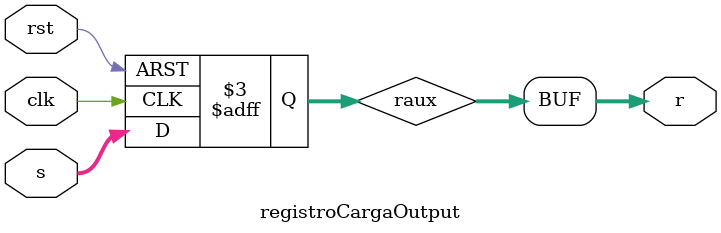
<source format=sv>
module registroCargaOutput #(parameter n = 4) ( input [n-1:0] s, input clk, rst, output [n-1:0] r);
	
	reg [n-1:0] raux;
	
	always @ (negedge clk, posedge rst) begin
		if (rst == 1) begin
			raux = 0;
		end else begin
			raux = s;
		end
	end
	
	assign r = raux;

endmodule
</source>
